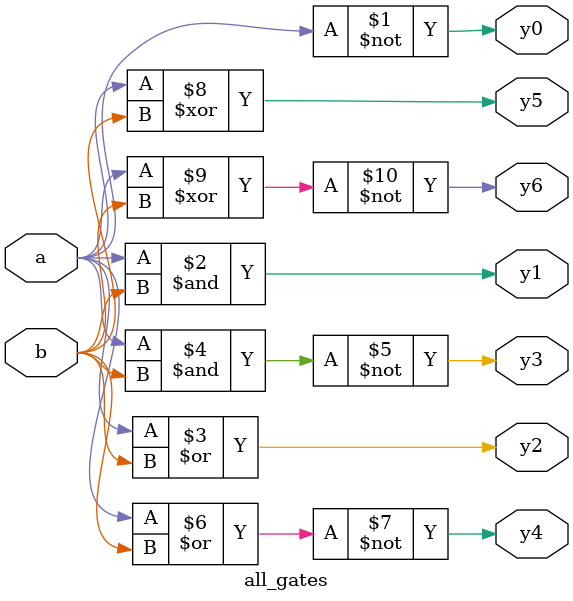
<source format=v>
`timescale 1ns / 1ps


module all_gates(
    input a,b,
    output y0,y1,y2,y3,y4,y5,y6
    );
    // not gate 
    assign y0=~a;
    // and gate
    assign y1=a&b;
    // or gate
    assign y2=a|b;
    // nand gate
    assign y3=~(a&b);
    // nor gate
    assign y4=~(a|b);
    // xor gate
    assign y5=a^b;
    // xnor gate
    assign y6=~(a^b);
endmodule

</source>
